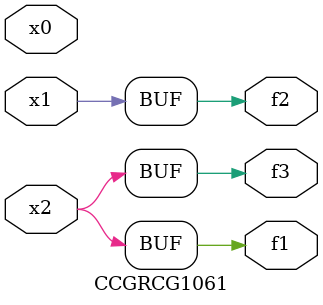
<source format=v>
module CCGRCG1061(
	input x0, x1, x2,
	output f1, f2, f3
);
	assign f1 = x2;
	assign f2 = x1;
	assign f3 = x2;
endmodule

</source>
